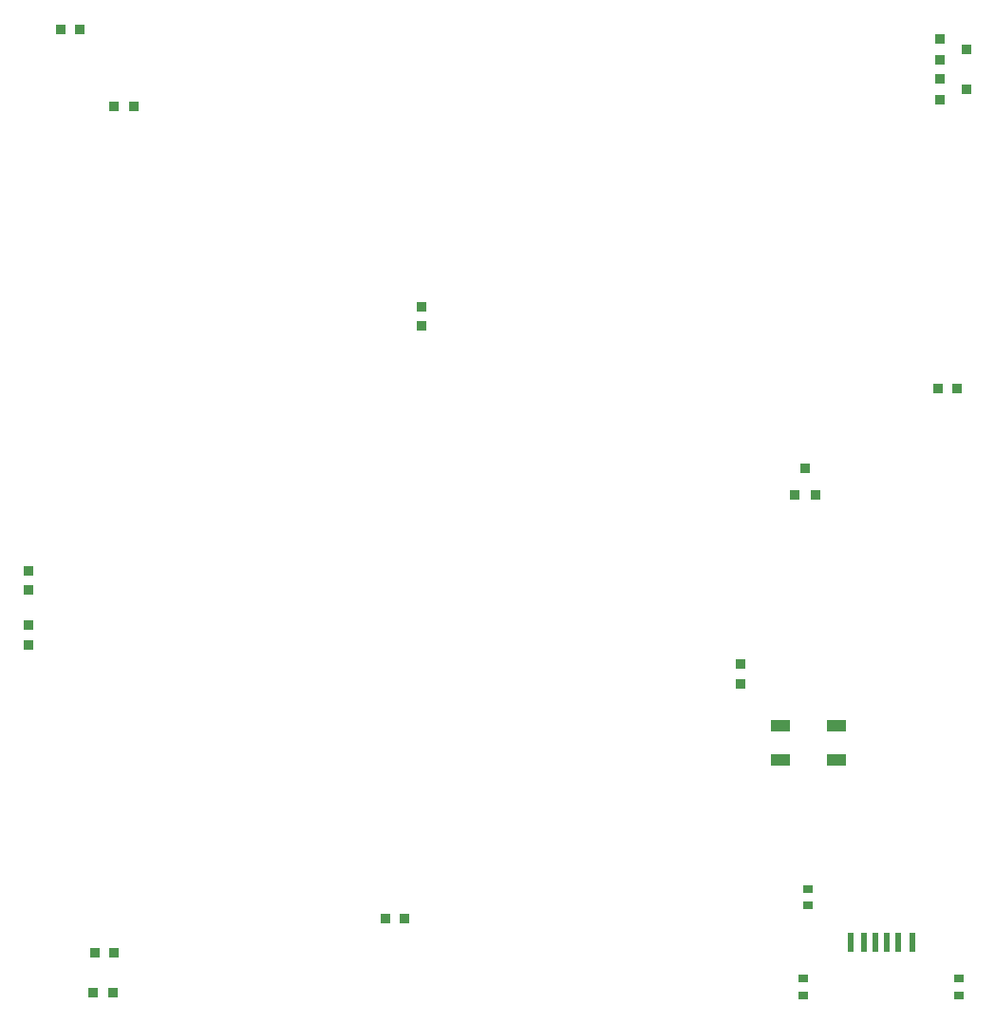
<source format=gtp>
G04*
G04 #@! TF.GenerationSoftware,Altium Limited,Altium Designer,22.0.2 (36)*
G04*
G04 Layer_Color=8421504*
%FSLAX25Y25*%
%MOIN*%
G70*
G04*
G04 #@! TF.SameCoordinates,D467B77E-6E5F-44E5-9B52-D7AE6B4A5D67*
G04*
G04*
G04 #@! TF.FilePolarity,Positive*
G04*
G01*
G75*
%ADD22R,0.03500X0.03800*%
%ADD23R,0.03740X0.03740*%
%ADD24R,0.03800X0.03500*%
%ADD25R,0.03347X0.03150*%
%ADD26R,0.07090X0.03940*%
%ADD27R,0.02362X0.07087*%
%ADD28R,0.01968X0.07087*%
%ADD29R,0.03740X0.03740*%
D22*
X-13272Y143100D02*
D03*
Y150000D02*
D03*
X124760Y242682D02*
D03*
Y235782D02*
D03*
X236681Y117126D02*
D03*
Y110226D02*
D03*
X-13272Y130900D02*
D03*
Y124000D02*
D03*
D23*
X306634Y329142D02*
D03*
X306634Y336622D02*
D03*
X315886Y332882D02*
D03*
X306634Y315142D02*
D03*
X306634Y322622D02*
D03*
X315886Y318882D02*
D03*
D24*
X-2140Y339882D02*
D03*
X4760D02*
D03*
X305860Y213882D02*
D03*
X312760D02*
D03*
X111828Y28000D02*
D03*
X118728D02*
D03*
X16760Y312882D02*
D03*
X23660D02*
D03*
X16260Y1882D02*
D03*
X9360D02*
D03*
X9860Y15882D02*
D03*
X16760D02*
D03*
D25*
X313260Y1008D02*
D03*
Y6756D02*
D03*
X258760Y1008D02*
D03*
Y6756D02*
D03*
X260303Y38307D02*
D03*
Y32559D02*
D03*
D26*
X250580Y83582D02*
D03*
Y95392D02*
D03*
X270260D02*
D03*
Y83582D02*
D03*
D27*
X296839Y19685D02*
D03*
X292036D02*
D03*
X279988D02*
D03*
X275185D02*
D03*
D28*
X287980D02*
D03*
X284043D02*
D03*
D29*
X263059Y176476D02*
D03*
X255579Y176476D02*
D03*
X259319Y185728D02*
D03*
M02*

</source>
